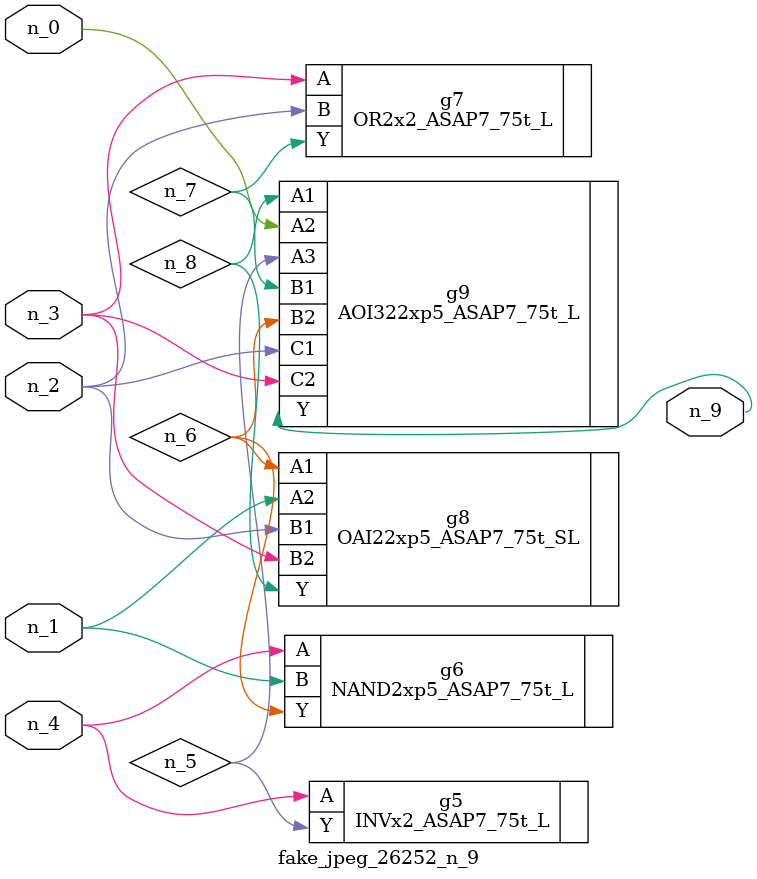
<source format=v>
module fake_jpeg_26252_n_9 (n_3, n_2, n_1, n_0, n_4, n_9);

input n_3;
input n_2;
input n_1;
input n_0;
input n_4;

output n_9;

wire n_8;
wire n_6;
wire n_5;
wire n_7;

INVx2_ASAP7_75t_L g5 ( 
.A(n_4),
.Y(n_5)
);

NAND2xp5_ASAP7_75t_L g6 ( 
.A(n_4),
.B(n_1),
.Y(n_6)
);

OR2x2_ASAP7_75t_L g7 ( 
.A(n_3),
.B(n_2),
.Y(n_7)
);

OAI22xp5_ASAP7_75t_SL g8 ( 
.A1(n_6),
.A2(n_1),
.B1(n_2),
.B2(n_3),
.Y(n_8)
);

AOI322xp5_ASAP7_75t_L g9 ( 
.A1(n_8),
.A2(n_0),
.A3(n_5),
.B1(n_7),
.B2(n_6),
.C1(n_2),
.C2(n_3),
.Y(n_9)
);


endmodule
</source>
